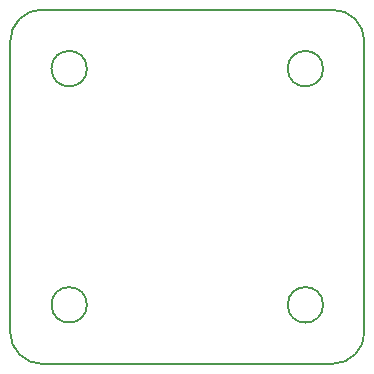
<source format=gbr>
%TF.GenerationSoftware,KiCad,Pcbnew,9.0.1*%
%TF.CreationDate,2025-04-30T15:21:50+05:30*%
%TF.ProjectId,APD_Safety_PCB,4150445f-5361-4666-9574-795f5043422e,rev?*%
%TF.SameCoordinates,Original*%
%TF.FileFunction,Profile,NP*%
%FSLAX46Y46*%
G04 Gerber Fmt 4.6, Leading zero omitted, Abs format (unit mm)*
G04 Created by KiCad (PCBNEW 9.0.1) date 2025-04-30 15:21:50*
%MOMM*%
%LPD*%
G01*
G04 APERTURE LIST*
%TA.AperFunction,Profile*%
%ADD10C,0.200000*%
%TD*%
G04 APERTURE END LIST*
D10*
X106500000Y-125000000D02*
G75*
G02*
X103500000Y-125000000I-1500000J0D01*
G01*
X103500000Y-125000000D02*
G75*
G02*
X106500000Y-125000000I1500000J0D01*
G01*
X126500000Y-105000000D02*
G75*
G02*
X123500000Y-105000000I-1500000J0D01*
G01*
X123500000Y-105000000D02*
G75*
G02*
X126500000Y-105000000I1500000J0D01*
G01*
X102700000Y-100000000D02*
X127269926Y-100010000D01*
X130000000Y-102710000D02*
X130000000Y-127279926D01*
X127269926Y-100010000D02*
G75*
G02*
X129999965Y-102710000I29874J-2700000D01*
G01*
X102720000Y-129999999D02*
G75*
G02*
X99999927Y-127299999I-20000J2699999D01*
G01*
X106500000Y-105000000D02*
G75*
G02*
X103500000Y-105000000I-1500000J0D01*
G01*
X103500000Y-105000000D02*
G75*
G02*
X106500000Y-105000000I1500000J0D01*
G01*
X100000000Y-102730000D02*
X100000000Y-127290000D01*
X102720000Y-130000000D02*
X127290000Y-130000000D01*
X100000000Y-102720074D02*
G75*
G02*
X102700000Y-100000026I2700000J19974D01*
G01*
X126500000Y-125000000D02*
G75*
G02*
X123500000Y-125000000I-1500000J0D01*
G01*
X123500000Y-125000000D02*
G75*
G02*
X126500000Y-125000000I1500000J0D01*
G01*
X130000000Y-127279926D02*
G75*
G02*
X127290000Y-130000037I-2705000J-15074D01*
G01*
M02*

</source>
